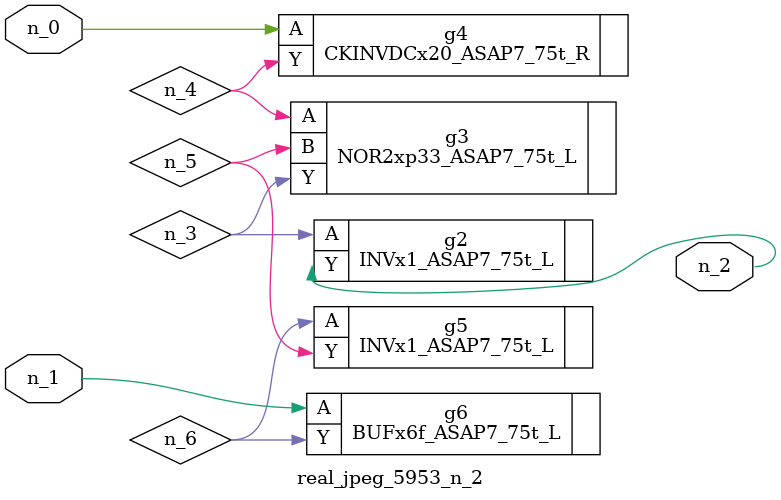
<source format=v>
module real_jpeg_5953_n_2 (n_1, n_0, n_2);

input n_1;
input n_0;

output n_2;

wire n_5;
wire n_4;
wire n_6;
wire n_3;

CKINVDCx20_ASAP7_75t_R g4 ( 
.A(n_0),
.Y(n_4)
);

BUFx6f_ASAP7_75t_L g6 ( 
.A(n_1),
.Y(n_6)
);

INVx1_ASAP7_75t_L g2 ( 
.A(n_3),
.Y(n_2)
);

NOR2xp33_ASAP7_75t_L g3 ( 
.A(n_4),
.B(n_5),
.Y(n_3)
);

INVx1_ASAP7_75t_L g5 ( 
.A(n_6),
.Y(n_5)
);


endmodule
</source>
